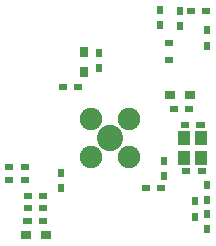
<source format=gtp>
G04 DipTrace 2.4.0.2*
%INSTM32.gtp*%
%MOIN*%
%ADD27C,0.0875*%
%ADD28C,0.075*%
%ADD36R,0.0433X0.0472*%
%ADD49R,0.0039X0.0138*%
%ADD51R,0.0138X0.0039*%
%ADD53R,0.0276X0.0217*%
%ADD55R,0.0197X0.0276*%
%ADD57R,0.0315X0.0354*%
%ADD59R,0.0276X0.0197*%
%ADD61R,0.0354X0.0315*%
%FSLAX44Y44*%
G04*
G70*
G90*
G75*
G01*
%LNTopPaste*%
%LPD*%
G36*
X11417Y5854D2*
X11220D1*
Y6129D1*
X11417D1*
Y5854D1*
G37*
G36*
Y6365D2*
X11220D1*
Y6641D1*
X11417D1*
Y6365D1*
G37*
D61*
X10096Y9492D3*
X10765D3*
D59*
X10212Y9019D3*
X10724D3*
D57*
X7222Y10254D3*
Y10923D3*
G36*
X6646Y9877D2*
Y9680D1*
X6370D1*
Y9877D1*
X6646D1*
G37*
G36*
X7158D2*
Y9680D1*
X6882D1*
Y9877D1*
X7158D1*
G37*
D61*
X5952Y4817D3*
X5283D3*
D55*
X6453Y6393D3*
Y6905D3*
D59*
X5865Y6126D3*
X5353D3*
X5868Y5725D3*
X5356D3*
G36*
X5989Y5393D2*
Y5197D1*
X5713D1*
Y5393D1*
X5989D1*
G37*
G36*
X5477D2*
Y5197D1*
X5202D1*
Y5393D1*
X5477D1*
G37*
D59*
X9801Y6396D3*
X9289D3*
D55*
X9902Y7305D3*
Y6793D3*
D59*
X11138Y6962D3*
X10626D3*
G36*
X10726Y8593D2*
Y8396D1*
X10450D1*
Y8593D1*
X10726D1*
G37*
G36*
X11238D2*
Y8396D1*
X10962D1*
Y8593D1*
X11238D1*
G37*
D53*
X10068Y11223D3*
Y10671D3*
D55*
X9753Y12343D3*
Y11831D3*
X10411Y11781D3*
Y12293D3*
D59*
X10790Y12312D3*
X11301D3*
D55*
X11327Y11654D3*
Y11142D3*
D59*
X5244Y7081D3*
X4732D3*
X5241Y6673D3*
X4729D3*
D55*
X10913Y5445D3*
Y5957D3*
X7705Y10398D3*
Y10909D3*
X11323Y5017D3*
Y5528D3*
D27*
X8093Y8057D3*
D28*
X8718Y7432D3*
X7468D3*
X8718Y8682D3*
X7468D3*
D51*
X9421Y6974D3*
Y7171D3*
Y7368D3*
Y7565D3*
Y7762D3*
Y7958D3*
Y8155D3*
Y8352D3*
Y8549D3*
Y8746D3*
Y8943D3*
Y9139D3*
D49*
X9175Y9386D3*
X8979D3*
X8782D3*
X8585D3*
X8388D3*
X8191D3*
X7994D3*
X7797D3*
X7601D3*
X7404D3*
X7207D3*
X7010D3*
D51*
X6764Y9139D3*
Y8943D3*
Y8746D3*
Y8549D3*
Y8352D3*
Y8155D3*
Y7958D3*
Y7762D3*
Y7565D3*
Y7368D3*
Y7171D3*
Y6974D3*
D49*
X7010Y6728D3*
X7207D3*
X7404D3*
X7601D3*
X7797D3*
X7994D3*
X8191D3*
X8388D3*
X8585D3*
X8782D3*
X8979D3*
X9175D3*
D36*
X11114Y7398D3*
Y8068D3*
X10562D3*
Y7398D3*
M02*

</source>
